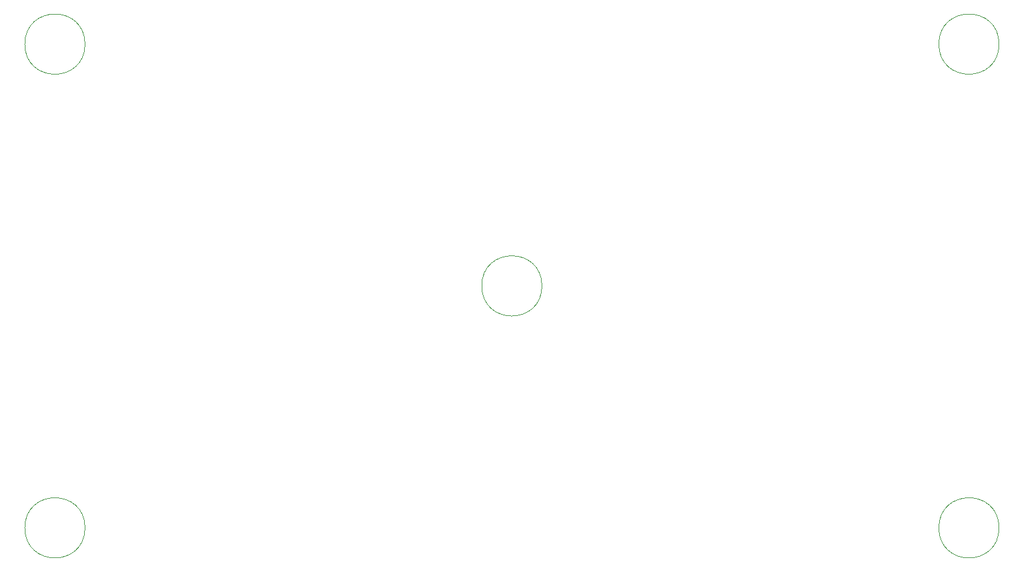
<source format=gto>
%TF.GenerationSoftware,KiCad,Pcbnew,(5.99.0-13181-gc0a6014114)*%
%TF.CreationDate,2021-11-12T19:14:43+09:00*%
%TF.ProjectId,bottom,626f7474-6f6d-42e6-9b69-6361645f7063,rev?*%
%TF.SameCoordinates,Original*%
%TF.FileFunction,Legend,Top*%
%TF.FilePolarity,Positive*%
%FSLAX46Y46*%
G04 Gerber Fmt 4.6, Leading zero omitted, Abs format (unit mm)*
G04 Created by KiCad (PCBNEW (5.99.0-13181-gc0a6014114)) date 2021-11-12 19:14:43*
%MOMM*%
%LPD*%
G01*
G04 APERTURE LIST*
%ADD10C,0.120000*%
%ADD11C,2.200000*%
G04 APERTURE END LIST*
D10*
X83582115Y-132159955D02*
G75*
G03*
X83582115Y-132159955I-4000000J0D01*
G01*
X144291236Y-100000326D02*
G75*
G03*
X144291236Y-100000326I-4000000J0D01*
G01*
X205025865Y-67866205D02*
G75*
G03*
X205025865Y-67866205I-4000000J0D01*
G01*
X83582115Y-67866205D02*
G75*
G03*
X83582115Y-67866205I-4000000J0D01*
G01*
X205025865Y-132159955D02*
G75*
G03*
X205025865Y-132159955I-4000000J0D01*
G01*
%LPC*%
D11*
%TO.C,H1*%
X92679070Y-80963160D03*
%TD*%
%TO.C,H2*%
X92679070Y-119053400D03*
%TD*%
%TO.C,H3*%
X187929470Y-119063320D03*
%TD*%
%TO.C,H4*%
X184415240Y-80973080D03*
%TD*%
M02*

</source>
